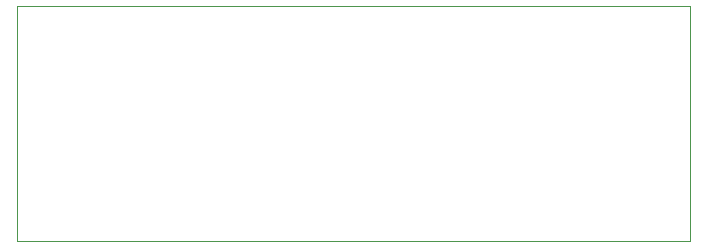
<source format=gm1>
G04 #@! TF.GenerationSoftware,KiCad,Pcbnew,8.0.4*
G04 #@! TF.CreationDate,2024-10-03T21:35:34+02:00*
G04 #@! TF.ProjectId,Midi Stick,4d696469-2053-4746-9963-6b2e6b696361,2.0*
G04 #@! TF.SameCoordinates,Original*
G04 #@! TF.FileFunction,Profile,NP*
%FSLAX46Y46*%
G04 Gerber Fmt 4.6, Leading zero omitted, Abs format (unit mm)*
G04 Created by KiCad (PCBNEW 8.0.4) date 2024-10-03 21:35:34*
%MOMM*%
%LPD*%
G01*
G04 APERTURE LIST*
G04 #@! TA.AperFunction,Profile*
%ADD10C,0.050000*%
G04 #@! TD*
G04 APERTURE END LIST*
D10*
X132882600Y-73652600D02*
X75932600Y-73652370D01*
X132890115Y-53741059D02*
X132882600Y-73652600D01*
X75932600Y-53740100D02*
X132890115Y-53741059D01*
X75932600Y-73652370D02*
X75932600Y-53740100D01*
M02*

</source>
